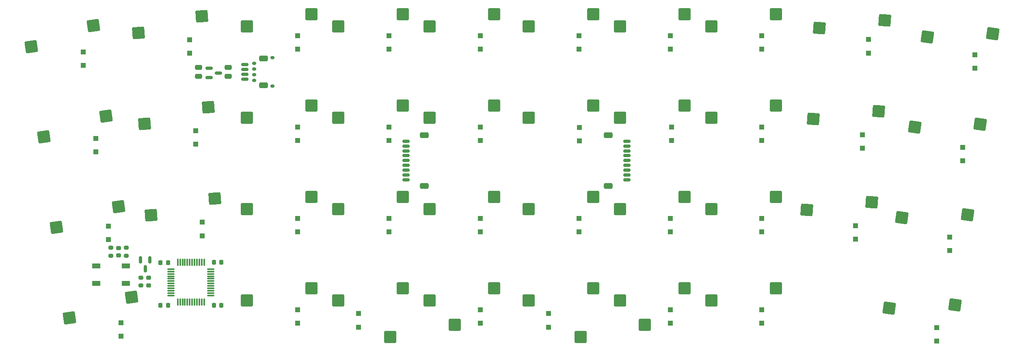
<source format=gbr>
%TF.GenerationSoftware,KiCad,Pcbnew,(7.0.0)*%
%TF.CreationDate,2023-08-26T01:37:01+02:00*%
%TF.ProjectId,tinyv pcb,74696e79-7620-4706-9362-2e6b69636164,rev?*%
%TF.SameCoordinates,Original*%
%TF.FileFunction,Paste,Bot*%
%TF.FilePolarity,Positive*%
%FSLAX46Y46*%
G04 Gerber Fmt 4.6, Leading zero omitted, Abs format (unit mm)*
G04 Created by KiCad (PCBNEW (7.0.0)) date 2023-08-26 01:37:01*
%MOMM*%
%LPD*%
G01*
G04 APERTURE LIST*
G04 Aperture macros list*
%AMRoundRect*
0 Rectangle with rounded corners*
0 $1 Rounding radius*
0 $2 $3 $4 $5 $6 $7 $8 $9 X,Y pos of 4 corners*
0 Add a 4 corners polygon primitive as box body*
4,1,4,$2,$3,$4,$5,$6,$7,$8,$9,$2,$3,0*
0 Add four circle primitives for the rounded corners*
1,1,$1+$1,$2,$3*
1,1,$1+$1,$4,$5*
1,1,$1+$1,$6,$7*
1,1,$1+$1,$8,$9*
0 Add four rect primitives between the rounded corners*
20,1,$1+$1,$2,$3,$4,$5,0*
20,1,$1+$1,$4,$5,$6,$7,0*
20,1,$1+$1,$6,$7,$8,$9,0*
20,1,$1+$1,$8,$9,$2,$3,0*%
G04 Aperture macros list end*
%ADD10RoundRect,0.150000X0.625000X-0.150000X0.625000X0.150000X-0.625000X0.150000X-0.625000X-0.150000X0*%
%ADD11RoundRect,0.250000X0.650000X-0.350000X0.650000X0.350000X-0.650000X0.350000X-0.650000X-0.350000X0*%
%ADD12RoundRect,0.150000X-0.625000X0.150000X-0.625000X-0.150000X0.625000X-0.150000X0.625000X0.150000X0*%
%ADD13RoundRect,0.250000X-0.650000X0.350000X-0.650000X-0.350000X0.650000X-0.350000X0.650000X0.350000X0*%
%ADD14RoundRect,0.250000X1.025000X1.000000X-1.025000X1.000000X-1.025000X-1.000000X1.025000X-1.000000X0*%
%ADD15RoundRect,0.250000X0.300000X-0.300000X0.300000X0.300000X-0.300000X0.300000X-0.300000X-0.300000X0*%
%ADD16RoundRect,0.250000X0.952747X1.069064X-1.092260X0.926064X-0.952747X-1.069064X1.092260X-0.926064X0*%
%ADD17R,1.800000X1.100000*%
%ADD18RoundRect,0.250000X1.154198X0.847616X-0.875852X1.132920X-1.154198X-0.847616X0.875852X-1.132920X0*%
%ADD19RoundRect,0.250000X0.875852X1.132920X-1.154198X0.847616X-0.875852X-1.132920X1.154198X-0.847616X0*%
%ADD20RoundRect,0.150000X-0.150000X0.587500X-0.150000X-0.587500X0.150000X-0.587500X0.150000X0.587500X0*%
%ADD21RoundRect,0.225000X-0.225000X-0.250000X0.225000X-0.250000X0.225000X0.250000X-0.225000X0.250000X0*%
%ADD22RoundRect,0.250000X-1.025000X-1.000000X1.025000X-1.000000X1.025000X1.000000X-1.025000X1.000000X0*%
%ADD23RoundRect,0.250000X1.092260X0.926064X-0.952747X1.069064X-1.092260X-0.926064X0.952747X-1.069064X0*%
%ADD24RoundRect,0.225000X0.250000X-0.225000X0.250000X0.225000X-0.250000X0.225000X-0.250000X-0.225000X0*%
%ADD25RoundRect,0.200000X0.275000X-0.200000X0.275000X0.200000X-0.275000X0.200000X-0.275000X-0.200000X0*%
%ADD26RoundRect,0.250000X0.475000X-0.250000X0.475000X0.250000X-0.475000X0.250000X-0.475000X-0.250000X0*%
%ADD27RoundRect,0.225000X0.225000X0.250000X-0.225000X0.250000X-0.225000X-0.250000X0.225000X-0.250000X0*%
%ADD28RoundRect,0.150000X-0.275000X0.150000X-0.275000X-0.150000X0.275000X-0.150000X0.275000X0.150000X0*%
%ADD29RoundRect,0.175000X-0.225000X0.175000X-0.225000X-0.175000X0.225000X-0.175000X0.225000X0.175000X0*%
%ADD30RoundRect,0.150000X-0.587500X-0.150000X0.587500X-0.150000X0.587500X0.150000X-0.587500X0.150000X0*%
%ADD31RoundRect,0.075000X0.075000X-0.662500X0.075000X0.662500X-0.075000X0.662500X-0.075000X-0.662500X0*%
%ADD32RoundRect,0.075000X0.662500X-0.075000X0.662500X0.075000X-0.662500X0.075000X-0.662500X-0.075000X0*%
G04 APERTURE END LIST*
D10*
%TO.C,J6*%
X176625000Y-60356250D03*
X176625000Y-59356250D03*
X176625000Y-58356250D03*
X176625000Y-57356250D03*
X176625000Y-56356250D03*
X176625000Y-55356250D03*
X176625000Y-54356250D03*
X176625000Y-53356250D03*
X176625000Y-52356250D03*
D11*
X172750000Y-51056250D03*
X172750000Y-61656250D03*
%TD*%
D12*
%TO.C,J5*%
X130556250Y-52356250D03*
X130556250Y-53356250D03*
X130556250Y-54356250D03*
X130556250Y-55356250D03*
X130556250Y-56356250D03*
X130556250Y-57356250D03*
X130556250Y-58356250D03*
X130556250Y-59356250D03*
X130556250Y-60356250D03*
D13*
X134431250Y-61656250D03*
X134431250Y-51056250D03*
%TD*%
D14*
%TO.C,MX4*%
X116465000Y-28416250D03*
X129915000Y-25876250D03*
%TD*%
D15*
%TO.C,D21*%
X68505464Y-72837500D03*
X68505464Y-70037500D03*
%TD*%
%TO.C,D34*%
X120650000Y-91093750D03*
X120650000Y-88293750D03*
%TD*%
D14*
%TO.C,MX23*%
X97415000Y-66516250D03*
X110865000Y-63976250D03*
%TD*%
D15*
%TO.C,D8*%
X204787500Y-33150000D03*
X204787500Y-30350000D03*
%TD*%
D16*
%TO.C,MX12*%
X76086150Y-48724082D03*
X89326205Y-45252045D03*
%TD*%
D15*
%TO.C,D33*%
X107950000Y-90300000D03*
X107950000Y-87500000D03*
%TD*%
%TO.C,D23*%
X107950000Y-71250000D03*
X107950000Y-68450000D03*
%TD*%
D14*
%TO.C,MX34*%
X116465000Y-85566250D03*
X129915000Y-83026250D03*
%TD*%
D15*
%TO.C,D2*%
X85421634Y-33998148D03*
X85421634Y-31198148D03*
%TD*%
D14*
%TO.C,MX8*%
X194252500Y-28416250D03*
X207702500Y-25876250D03*
%TD*%
D17*
%TO.C,SW1*%
X72156249Y-78318749D03*
X65956249Y-78318749D03*
X72156249Y-82018749D03*
X65956249Y-82018749D03*
%TD*%
D18*
%TO.C,MX40*%
X231343315Y-87147260D03*
X245015920Y-86503857D03*
%TD*%
D15*
%TO.C,D28*%
X204787500Y-71250000D03*
X204787500Y-68450000D03*
%TD*%
D14*
%TO.C,MX15*%
X135515000Y-47466250D03*
X148965000Y-44926250D03*
%TD*%
%TO.C,MX27*%
X175202500Y-66516250D03*
X188652500Y-63976250D03*
%TD*%
D19*
%TO.C,MX1*%
X52402783Y-32602903D03*
X65368389Y-28215744D03*
%TD*%
D20*
%TO.C,Q1*%
X75250000Y-77035314D03*
X77150000Y-77035314D03*
X76200000Y-78910314D03*
%TD*%
D14*
%TO.C,MX17*%
X175202500Y-47466250D03*
X188652500Y-44926250D03*
%TD*%
%TO.C,MX14*%
X116465000Y-47466250D03*
X129915000Y-44926250D03*
%TD*%
D16*
%TO.C,MX22*%
X77436916Y-67742376D03*
X90676971Y-64270339D03*
%TD*%
D21*
%TO.C,C4*%
X90506250Y-86518750D03*
X92056250Y-86518750D03*
%TD*%
D14*
%TO.C,MX3*%
X97415000Y-28416250D03*
X110865000Y-25876250D03*
%TD*%
D15*
%TO.C,D10*%
X249237500Y-37118750D03*
X249237500Y-34318750D03*
%TD*%
%TO.C,D6*%
X166687500Y-33150000D03*
X166687500Y-30350000D03*
%TD*%
D14*
%TO.C,MX28*%
X194252500Y-66516250D03*
X207702500Y-63976250D03*
%TD*%
D15*
%TO.C,D20*%
X246617400Y-56391910D03*
X246617400Y-53591910D03*
%TD*%
%TO.C,D1*%
X63235561Y-36559733D03*
X63235561Y-33759733D03*
%TD*%
D22*
%TO.C,MX39*%
X180397500Y-90646250D03*
X166947500Y-93186250D03*
%TD*%
D15*
%TO.C,D30*%
X243980283Y-75125302D03*
X243980283Y-72325302D03*
%TD*%
%TO.C,D12*%
X86706202Y-52918434D03*
X86706202Y-50118434D03*
%TD*%
%TO.C,D4*%
X127000000Y-33150000D03*
X127000000Y-30350000D03*
%TD*%
D18*
%TO.C,MX30*%
X233982547Y-68284156D03*
X247655152Y-67640753D03*
%TD*%
D15*
%TO.C,D22*%
X88106250Y-72043750D03*
X88106250Y-69243750D03*
%TD*%
%TO.C,D16*%
X166713163Y-49476990D03*
X166713163Y-52276990D03*
%TD*%
%TO.C,D37*%
X185737500Y-90300000D03*
X185737500Y-87500000D03*
%TD*%
D23*
%TO.C,MX29*%
X214136727Y-66690642D03*
X227731145Y-65095054D03*
%TD*%
D24*
%TO.C,C8*%
X76914812Y-82369880D03*
X76914812Y-80819880D03*
%TD*%
D15*
%TO.C,D38*%
X204787500Y-90300000D03*
X204787500Y-87500000D03*
%TD*%
D12*
%TO.C,J1*%
X96960197Y-36387500D03*
X96960197Y-37387500D03*
X96960197Y-38387500D03*
X96960197Y-39387500D03*
D13*
X100835197Y-35087500D03*
X100835197Y-40687500D03*
%TD*%
D14*
%TO.C,MX35*%
X135515000Y-85566250D03*
X148965000Y-83026250D03*
%TD*%
D15*
%TO.C,D17*%
X185991623Y-52200000D03*
X185991623Y-49400000D03*
%TD*%
D18*
%TO.C,MX20*%
X236646699Y-49421051D03*
X250319304Y-48777648D03*
%TD*%
D14*
%TO.C,MX24*%
X116465000Y-66516250D03*
X129915000Y-63976250D03*
%TD*%
%TO.C,MX26*%
X156152500Y-66516250D03*
X169602500Y-63976250D03*
%TD*%
D25*
%TO.C,R1*%
X75327312Y-82419880D03*
X75327312Y-80769880D03*
%TD*%
D26*
%TO.C,C2*%
X87312500Y-38843750D03*
X87312500Y-36943750D03*
%TD*%
D15*
%TO.C,D27*%
X185737500Y-71250000D03*
X185737500Y-68450000D03*
%TD*%
%TO.C,D19*%
X225736492Y-53787499D03*
X225736492Y-50987499D03*
%TD*%
D27*
%TO.C,C3*%
X80943750Y-77658750D03*
X79393750Y-77658750D03*
%TD*%
D15*
%TO.C,D40*%
X241271408Y-93997194D03*
X241271408Y-91197194D03*
%TD*%
D14*
%TO.C,MX5*%
X135515000Y-28416250D03*
X148965000Y-25876250D03*
%TD*%
%TO.C,MX37*%
X175202500Y-85566250D03*
X188652500Y-83026250D03*
%TD*%
D15*
%TO.C,D3*%
X107950000Y-33150000D03*
X107950000Y-30350000D03*
%TD*%
D14*
%TO.C,MX7*%
X175202500Y-28416250D03*
X188652500Y-25876250D03*
%TD*%
D15*
%TO.C,D24*%
X127000000Y-71250000D03*
X127000000Y-68450000D03*
%TD*%
%TO.C,D29*%
X224322872Y-72762184D03*
X224322872Y-69962184D03*
%TD*%
%TO.C,D15*%
X146050000Y-52200000D03*
X146050000Y-49400000D03*
%TD*%
D28*
%TO.C,J2*%
X98931250Y-36087500D03*
X98931250Y-37287500D03*
X98931250Y-38487500D03*
X98931250Y-39687500D03*
D29*
X102706250Y-34937500D03*
X102706250Y-40837500D03*
%TD*%
D21*
%TO.C,C6*%
X90524091Y-77609086D03*
X92074091Y-77609086D03*
%TD*%
D25*
%TO.C,R2*%
X69056250Y-76212500D03*
X69056250Y-74562500D03*
%TD*%
D30*
%TO.C,U2*%
X89550000Y-39050000D03*
X89550000Y-37150000D03*
X91425000Y-38100000D03*
%TD*%
D25*
%TO.C,R3*%
X72231250Y-76212500D03*
X72231250Y-74562500D03*
%TD*%
D16*
%TO.C,MX2*%
X74750403Y-29729594D03*
X87990458Y-26257557D03*
%TD*%
D15*
%TO.C,D36*%
X160337500Y-91093750D03*
X160337500Y-88293750D03*
%TD*%
D19*
%TO.C,MX21*%
X57697379Y-70340127D03*
X70662985Y-65952968D03*
%TD*%
D15*
%TO.C,D7*%
X185737500Y-33150000D03*
X185737500Y-30350000D03*
%TD*%
%TO.C,D5*%
X146050000Y-33150000D03*
X146050000Y-30350000D03*
%TD*%
D31*
%TO.C,U1*%
X88475000Y-85918750D03*
X87975000Y-85918750D03*
X87475000Y-85918750D03*
X86975000Y-85918750D03*
X86475000Y-85918750D03*
X85975000Y-85918750D03*
X85475000Y-85918750D03*
X84975000Y-85918750D03*
X84475000Y-85918750D03*
X83975000Y-85918750D03*
X83475000Y-85918750D03*
X82975000Y-85918750D03*
D32*
X81562500Y-84506250D03*
X81562500Y-84006250D03*
X81562500Y-83506250D03*
X81562500Y-83006250D03*
X81562500Y-82506250D03*
X81562500Y-82006250D03*
X81562500Y-81506250D03*
X81562500Y-81006250D03*
X81562500Y-80506250D03*
X81562500Y-80006250D03*
X81562500Y-79506250D03*
X81562500Y-79006250D03*
D31*
X82975000Y-77593750D03*
X83475000Y-77593750D03*
X83975000Y-77593750D03*
X84475000Y-77593750D03*
X84975000Y-77593750D03*
X85475000Y-77593750D03*
X85975000Y-77593750D03*
X86475000Y-77593750D03*
X86975000Y-77593750D03*
X87475000Y-77593750D03*
X87975000Y-77593750D03*
X88475000Y-77593750D03*
D32*
X89887500Y-79006250D03*
X89887500Y-79506250D03*
X89887500Y-80006250D03*
X89887500Y-80506250D03*
X89887500Y-81006250D03*
X89887500Y-81506250D03*
X89887500Y-82006250D03*
X89887500Y-82506250D03*
X89887500Y-83006250D03*
X89887500Y-83506250D03*
X89887500Y-84006250D03*
X89887500Y-84506250D03*
%TD*%
D14*
%TO.C,MX33*%
X97415000Y-85566250D03*
X110865000Y-83026250D03*
%TD*%
D15*
%TO.C,D25*%
X146050000Y-71250000D03*
X146050000Y-68450000D03*
%TD*%
D14*
%TO.C,MX38*%
X194252500Y-85566250D03*
X207702500Y-83026250D03*
%TD*%
D18*
%TO.C,MX10*%
X239280828Y-30563306D03*
X252953433Y-29919903D03*
%TD*%
D15*
%TO.C,D14*%
X127000000Y-52200000D03*
X127000000Y-49400000D03*
%TD*%
D14*
%TO.C,MX18*%
X194252500Y-47466250D03*
X207702500Y-44926250D03*
%TD*%
D15*
%TO.C,D9*%
X227012500Y-33943750D03*
X227012500Y-31143750D03*
%TD*%
D22*
%TO.C,MX32*%
X140710000Y-90646250D03*
X127260000Y-93186250D03*
%TD*%
D19*
%TO.C,MX31*%
X60368874Y-89210906D03*
X73334480Y-84823747D03*
%TD*%
D15*
%TO.C,D35*%
X146050000Y-90300000D03*
X146050000Y-87500000D03*
%TD*%
%TO.C,D31*%
X71138466Y-92960479D03*
X71138466Y-90160479D03*
%TD*%
D14*
%TO.C,MX36*%
X156152500Y-85566250D03*
X169602500Y-83026250D03*
%TD*%
D19*
%TO.C,MX11*%
X55076836Y-51457220D03*
X68042442Y-47070061D03*
%TD*%
D14*
%TO.C,MX16*%
X156152500Y-47466250D03*
X169602500Y-44926250D03*
%TD*%
D24*
%TO.C,C7*%
X70643750Y-76162500D03*
X70643750Y-74612500D03*
%TD*%
D15*
%TO.C,D11*%
X65881250Y-54581250D03*
X65881250Y-51781250D03*
%TD*%
D14*
%TO.C,MX25*%
X135515000Y-66516250D03*
X148965000Y-63976250D03*
%TD*%
D23*
%TO.C,MX9*%
X216772287Y-28715239D03*
X230366705Y-27119651D03*
%TD*%
D15*
%TO.C,D18*%
X204787500Y-52200000D03*
X204787500Y-49400000D03*
%TD*%
%TO.C,D13*%
X107950000Y-52200000D03*
X107950000Y-49400000D03*
%TD*%
%TO.C,D26*%
X166687500Y-71250000D03*
X166687500Y-68450000D03*
%TD*%
D27*
%TO.C,C5*%
X80925000Y-86518750D03*
X79375000Y-86518750D03*
%TD*%
D23*
%TO.C,MX19*%
X215496280Y-47719072D03*
X229090698Y-46123484D03*
%TD*%
D14*
%TO.C,MX13*%
X97415000Y-47466250D03*
X110865000Y-44926250D03*
%TD*%
D26*
%TO.C,C1*%
X93518750Y-38843750D03*
X93518750Y-36943750D03*
%TD*%
D14*
%TO.C,MX6*%
X156152500Y-28416250D03*
X169602500Y-25876250D03*
%TD*%
M02*

</source>
